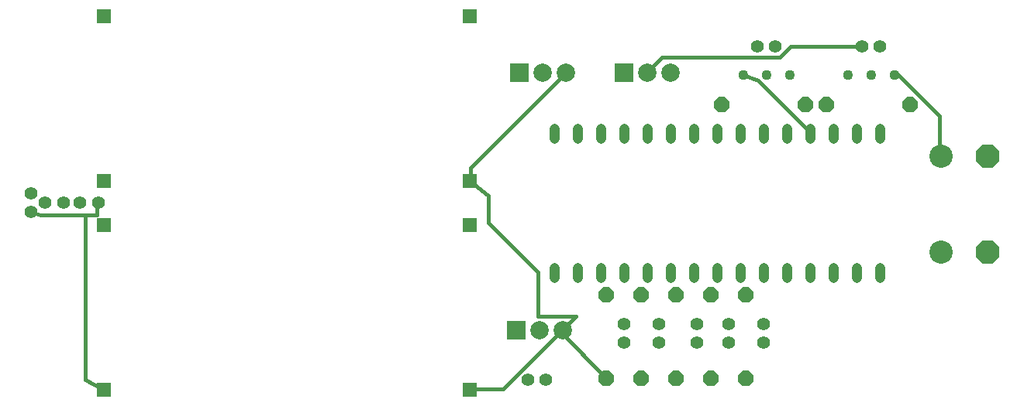
<source format=gbr>
G04 EAGLE Gerber RS-274X export*
G75*
%MOMM*%
%FSLAX34Y34*%
%LPD*%
%INBottom Copper*%
%IPPOS*%
%AMOC8*
5,1,8,0,0,1.08239X$1,22.5*%
G01*
%ADD10C,1.422400*%
%ADD11C,2.540000*%
%ADD12P,2.749271X8X22.500000*%
%ADD13P,1.814519X8X112.500000*%
%ADD14P,1.814519X8X22.500000*%
%ADD15C,1.108000*%
%ADD16R,1.508000X1.508000*%
%ADD17R,2.010000X2.010000*%
%ADD18C,2.010000*%
%ADD19C,1.108000*%
%ADD20C,0.381000*%
%ADD21C,0.152400*%


D10*
X25400Y510700D03*
X25400Y530700D03*
D11*
X1019175Y571500D03*
D12*
X1069975Y571500D03*
D11*
X1019175Y466725D03*
D12*
X1069975Y466725D03*
D10*
X818675Y692150D03*
X838675Y692150D03*
X932975Y692150D03*
X952975Y692150D03*
X98900Y520700D03*
X78900Y520700D03*
X587850Y327025D03*
X567850Y327025D03*
X673100Y387825D03*
X673100Y367825D03*
X711200Y387825D03*
X711200Y367825D03*
X752475Y387825D03*
X752475Y367825D03*
X787400Y387825D03*
X787400Y367825D03*
X825500Y387825D03*
X825500Y367825D03*
X60800Y520700D03*
X40800Y520700D03*
D13*
X654050Y328930D03*
X654050Y420370D03*
X692150Y328930D03*
X692150Y420370D03*
X730250Y328930D03*
X730250Y420370D03*
X768350Y328930D03*
X768350Y420370D03*
X806450Y328930D03*
X806450Y420370D03*
D14*
X894080Y628650D03*
X985520Y628650D03*
X779780Y628650D03*
X871220Y628650D03*
D15*
X952500Y602440D02*
X952500Y591360D01*
X927100Y591360D02*
X927100Y602440D01*
X901700Y602440D02*
X901700Y591360D01*
X876300Y591360D02*
X876300Y602440D01*
X850900Y602440D02*
X850900Y591360D01*
X825500Y591360D02*
X825500Y602440D01*
X800100Y602440D02*
X800100Y591360D01*
X774700Y591360D02*
X774700Y602440D01*
X749300Y602440D02*
X749300Y591360D01*
X723900Y591360D02*
X723900Y602440D01*
X698500Y602440D02*
X698500Y591360D01*
X673100Y591360D02*
X673100Y602440D01*
X647700Y602440D02*
X647700Y591360D01*
X622300Y591360D02*
X622300Y602440D01*
X596900Y602440D02*
X596900Y591360D01*
X596900Y450040D02*
X596900Y438960D01*
X622300Y438960D02*
X622300Y450040D01*
X647700Y450040D02*
X647700Y438960D01*
X673100Y438960D02*
X673100Y450040D01*
X698500Y450040D02*
X698500Y438960D01*
X723900Y438960D02*
X723900Y450040D01*
X749300Y450040D02*
X749300Y438960D01*
X774700Y438960D02*
X774700Y450040D01*
X800100Y450040D02*
X800100Y438960D01*
X825500Y438960D02*
X825500Y450040D01*
X850900Y450040D02*
X850900Y438960D01*
X876300Y438960D02*
X876300Y450040D01*
X901700Y450040D02*
X901700Y438960D01*
X927100Y438960D02*
X927100Y450040D01*
X952500Y450040D02*
X952500Y438960D01*
D16*
X104800Y496400D03*
X104800Y316400D03*
X504800Y316400D03*
X504800Y496400D03*
D17*
X555625Y381000D03*
D18*
X581025Y381000D03*
X606425Y381000D03*
D17*
X673100Y663575D03*
D18*
X698500Y663575D03*
X723900Y663575D03*
D17*
X558800Y663575D03*
D18*
X584200Y663575D03*
X609600Y663575D03*
D16*
X104800Y725000D03*
X104800Y545000D03*
X504800Y545000D03*
X504800Y725000D03*
D19*
X803275Y660400D03*
X828675Y660400D03*
X854075Y660400D03*
X917575Y660400D03*
X942975Y660400D03*
X968375Y660400D03*
D20*
X541020Y316992D02*
X505968Y316992D01*
X605028Y381000D02*
X620903Y396875D01*
D21*
X605028Y381000D02*
X603504Y379476D01*
D20*
X541020Y316992D01*
X505968Y316992D02*
X504800Y316400D01*
X603504Y379476D02*
X654050Y328930D01*
X606425Y381000D02*
X603504Y379476D01*
X97536Y507365D02*
X97536Y519684D01*
X84582Y507365D02*
X84582Y326648D01*
X104800Y316400D01*
X97536Y519684D02*
X98900Y520700D01*
X97536Y507365D02*
X84582Y507365D01*
X35989Y507365D01*
X25400Y510700D01*
X505968Y545592D02*
X505968Y559308D01*
X609600Y662940D01*
X505968Y545592D02*
X504800Y545000D01*
D21*
X609600Y662940D02*
X609600Y663575D01*
D20*
X876300Y597789D02*
X876300Y596900D01*
X876300Y597789D02*
X819640Y654449D01*
X803275Y660400D01*
X579628Y444500D02*
X579628Y396875D01*
X579628Y444500D02*
X525018Y499110D01*
X525018Y528867D01*
X579628Y396875D02*
X620903Y396875D01*
D21*
X606425Y381000D02*
X605028Y381000D01*
D20*
X525018Y528867D02*
X504800Y545000D01*
X1018032Y571500D02*
X1018032Y615823D01*
X970746Y663109D01*
X1018032Y571500D02*
X1019175Y571500D01*
X968375Y660400D02*
X970746Y663109D01*
X932688Y691896D02*
X855091Y691896D01*
X843026Y679831D01*
X714883Y679831D01*
X699516Y664464D01*
D21*
X932688Y691896D02*
X932975Y692150D01*
X699516Y664464D02*
X698500Y663575D01*
M02*

</source>
